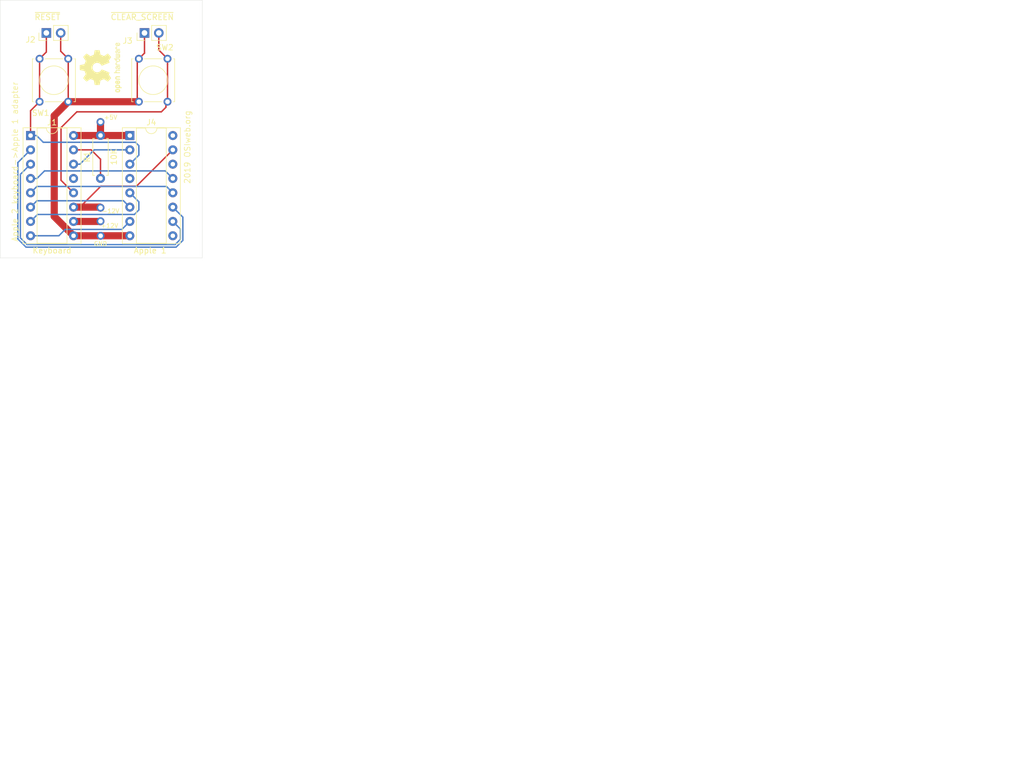
<source format=kicad_pcb>
(kicad_pcb (version 20171130) (host pcbnew "(5.1.2)-1")

  (general
    (thickness 1.6)
    (drawings 14)
    (tracks 97)
    (zones 0)
    (modules 8)
    (nets 21)
  )

  (page A4)
  (layers
    (0 F.Cu signal)
    (31 B.Cu signal)
    (32 B.Adhes user)
    (33 F.Adhes user)
    (34 B.Paste user)
    (35 F.Paste user)
    (36 B.SilkS user)
    (37 F.SilkS user)
    (38 B.Mask user)
    (39 F.Mask user)
    (40 Dwgs.User user)
    (41 Cmts.User user)
    (42 Eco1.User user)
    (43 Eco2.User user)
    (44 Edge.Cuts user)
    (45 Margin user)
    (46 B.CrtYd user)
    (47 F.CrtYd user)
    (48 B.Fab user)
    (49 F.Fab user)
  )

  (setup
    (last_trace_width 1.27)
    (user_trace_width 0.254)
    (user_trace_width 0.508)
    (user_trace_width 1.27)
    (trace_clearance 0.2)
    (zone_clearance 0.508)
    (zone_45_only no)
    (trace_min 0.2)
    (via_size 0.8)
    (via_drill 0.4)
    (via_min_size 0.4)
    (via_min_drill 0.3)
    (user_via 1.397 0.8128)
    (uvia_size 0.3)
    (uvia_drill 0.1)
    (uvias_allowed no)
    (uvia_min_size 0.2)
    (uvia_min_drill 0.1)
    (edge_width 0.05)
    (segment_width 0.2)
    (pcb_text_width 0.3)
    (pcb_text_size 1.5 1.5)
    (mod_edge_width 0.12)
    (mod_text_size 1 1)
    (mod_text_width 0.15)
    (pad_size 1.524 1.524)
    (pad_drill 0.762)
    (pad_to_mask_clearance 0.051)
    (solder_mask_min_width 0.25)
    (aux_axis_origin 0 0)
    (visible_elements FFFFEF7F)
    (pcbplotparams
      (layerselection 0x010fc_ffffffff)
      (usegerberextensions false)
      (usegerberattributes false)
      (usegerberadvancedattributes false)
      (creategerberjobfile false)
      (excludeedgelayer true)
      (linewidth 0.100000)
      (plotframeref false)
      (viasonmask false)
      (mode 1)
      (useauxorigin false)
      (hpglpennumber 1)
      (hpglpenspeed 20)
      (hpglpendiameter 15.000000)
      (psnegative false)
      (psa4output false)
      (plotreference true)
      (plotvalue true)
      (plotinvisibletext false)
      (padsonsilk false)
      (subtractmaskfromsilk false)
      (outputformat 1)
      (mirror false)
      (drillshape 1)
      (scaleselection 1)
      (outputdirectory ""))
  )

  (net 0 "")
  (net 1 /D7)
  (net 2 /D8)
  (net 3 /D6)
  (net 4 /~STROBE)
  (net 5 /D5)
  (net 6 "Net-(J1-Pad13)")
  (net 7 /D1)
  (net 8 /~CLRSCR)
  (net 9 /D2)
  (net 10 /-12V)
  (net 11 /D3)
  (net 12 /+12V)
  (net 13 /D4)
  (net 14 /GND)
  (net 15 /~RESET)
  (net 16 "Net-(J4-Pad16)")
  (net 17 "Net-(J4-Pad14)")
  (net 18 "Net-(J4-Pad4)")
  (net 19 "Net-(J4-Pad9)")
  (net 20 /+5V)

  (net_class Default "This is the default net class."
    (clearance 0.2)
    (trace_width 0.25)
    (via_dia 0.8)
    (via_drill 0.4)
    (uvia_dia 0.3)
    (uvia_drill 0.1)
    (add_net /+12V)
    (add_net /+5V)
    (add_net /-12V)
    (add_net /D1)
    (add_net /D2)
    (add_net /D3)
    (add_net /D4)
    (add_net /D5)
    (add_net /D6)
    (add_net /D7)
    (add_net /D8)
    (add_net /GND)
    (add_net /~CLRSCR)
    (add_net /~RESET)
    (add_net /~STROBE)
    (add_net "Net-(J1-Pad13)")
    (add_net "Net-(J4-Pad14)")
    (add_net "Net-(J4-Pad16)")
    (add_net "Net-(J4-Pad4)")
    (add_net "Net-(J4-Pad9)")
  )

  (module Symbol:OSHW-Logo2_9.8x8mm_SilkScreen (layer F.Cu) (tedit 0) (tstamp 5D40D469)
    (at 107.2388 71.1454 90)
    (descr "Open Source Hardware Symbol")
    (tags "Logo Symbol OSHW")
    (attr virtual)
    (fp_text reference REF** (at 0 0 90) (layer F.SilkS) hide
      (effects (font (size 1 1) (thickness 0.15)))
    )
    (fp_text value OSHW-Logo2_9.8x8mm_SilkScreen (at 0.75 0 90) (layer F.Fab) hide
      (effects (font (size 1 1) (thickness 0.15)))
    )
    (fp_poly (pts (xy 0.139878 -3.712224) (xy 0.245612 -3.711645) (xy 0.322132 -3.710078) (xy 0.374372 -3.707028)
      (xy 0.407263 -3.702004) (xy 0.425737 -3.694511) (xy 0.434727 -3.684056) (xy 0.439163 -3.670147)
      (xy 0.439594 -3.668346) (xy 0.446333 -3.635855) (xy 0.458808 -3.571748) (xy 0.475719 -3.482849)
      (xy 0.495771 -3.375981) (xy 0.517664 -3.257967) (xy 0.518429 -3.253822) (xy 0.540359 -3.138169)
      (xy 0.560877 -3.035986) (xy 0.578659 -2.953402) (xy 0.592381 -2.896544) (xy 0.600718 -2.871542)
      (xy 0.601116 -2.871099) (xy 0.625677 -2.85889) (xy 0.676315 -2.838544) (xy 0.742095 -2.814455)
      (xy 0.742461 -2.814326) (xy 0.825317 -2.783182) (xy 0.923 -2.743509) (xy 1.015077 -2.703619)
      (xy 1.019434 -2.701647) (xy 1.169407 -2.63358) (xy 1.501498 -2.860361) (xy 1.603374 -2.929496)
      (xy 1.695657 -2.991303) (xy 1.773003 -3.042267) (xy 1.830064 -3.078873) (xy 1.861495 -3.097606)
      (xy 1.864479 -3.098996) (xy 1.887321 -3.09281) (xy 1.929982 -3.062965) (xy 1.994128 -3.008053)
      (xy 2.081421 -2.926666) (xy 2.170535 -2.840078) (xy 2.256441 -2.754753) (xy 2.333327 -2.676892)
      (xy 2.396564 -2.611303) (xy 2.441523 -2.562795) (xy 2.463576 -2.536175) (xy 2.464396 -2.534805)
      (xy 2.466834 -2.516537) (xy 2.45765 -2.486705) (xy 2.434574 -2.441279) (xy 2.395337 -2.37623)
      (xy 2.33767 -2.28753) (xy 2.260795 -2.173343) (xy 2.19257 -2.072838) (xy 2.131582 -1.982697)
      (xy 2.081356 -1.908151) (xy 2.045416 -1.854435) (xy 2.027287 -1.826782) (xy 2.026146 -1.824905)
      (xy 2.028359 -1.79841) (xy 2.045138 -1.746914) (xy 2.073142 -1.680149) (xy 2.083122 -1.658828)
      (xy 2.126672 -1.563841) (xy 2.173134 -1.456063) (xy 2.210877 -1.362808) (xy 2.238073 -1.293594)
      (xy 2.259675 -1.240994) (xy 2.272158 -1.213503) (xy 2.273709 -1.211384) (xy 2.296668 -1.207876)
      (xy 2.350786 -1.198262) (xy 2.428868 -1.183911) (xy 2.523719 -1.166193) (xy 2.628143 -1.146475)
      (xy 2.734944 -1.126126) (xy 2.836926 -1.106514) (xy 2.926894 -1.089009) (xy 2.997653 -1.074978)
      (xy 3.042006 -1.065791) (xy 3.052885 -1.063193) (xy 3.064122 -1.056782) (xy 3.072605 -1.042303)
      (xy 3.078714 -1.014867) (xy 3.082832 -0.969589) (xy 3.085341 -0.90158) (xy 3.086621 -0.805953)
      (xy 3.087054 -0.67782) (xy 3.087077 -0.625299) (xy 3.087077 -0.198155) (xy 2.9845 -0.177909)
      (xy 2.927431 -0.16693) (xy 2.842269 -0.150905) (xy 2.739372 -0.131767) (xy 2.629096 -0.111449)
      (xy 2.598615 -0.105868) (xy 2.496855 -0.086083) (xy 2.408205 -0.066627) (xy 2.340108 -0.049303)
      (xy 2.300004 -0.035912) (xy 2.293323 -0.031921) (xy 2.276919 -0.003658) (xy 2.253399 0.051109)
      (xy 2.227316 0.121588) (xy 2.222142 0.136769) (xy 2.187956 0.230896) (xy 2.145523 0.337101)
      (xy 2.103997 0.432473) (xy 2.103792 0.432916) (xy 2.03464 0.582525) (xy 2.489512 1.251617)
      (xy 2.1975 1.544116) (xy 2.10918 1.63117) (xy 2.028625 1.707909) (xy 1.96036 1.770237)
      (xy 1.908908 1.814056) (xy 1.878794 1.83527) (xy 1.874474 1.836616) (xy 1.849111 1.826016)
      (xy 1.797358 1.796547) (xy 1.724868 1.751705) (xy 1.637294 1.694984) (xy 1.542612 1.631462)
      (xy 1.446516 1.566668) (xy 1.360837 1.510287) (xy 1.291016 1.465788) (xy 1.242494 1.436639)
      (xy 1.220782 1.426308) (xy 1.194293 1.43505) (xy 1.144062 1.458087) (xy 1.080451 1.490631)
      (xy 1.073708 1.494249) (xy 0.988046 1.53721) (xy 0.929306 1.558279) (xy 0.892772 1.558503)
      (xy 0.873731 1.538928) (xy 0.87362 1.538654) (xy 0.864102 1.515472) (xy 0.841403 1.460441)
      (xy 0.807282 1.377822) (xy 0.7635 1.271872) (xy 0.711816 1.146852) (xy 0.653992 1.00702)
      (xy 0.597991 0.871637) (xy 0.536447 0.722234) (xy 0.479939 0.583832) (xy 0.430161 0.460673)
      (xy 0.388806 0.357002) (xy 0.357568 0.277059) (xy 0.338141 0.225088) (xy 0.332154 0.205692)
      (xy 0.347168 0.183443) (xy 0.386439 0.147982) (xy 0.438807 0.108887) (xy 0.587941 -0.014755)
      (xy 0.704511 -0.156478) (xy 0.787118 -0.313296) (xy 0.834366 -0.482225) (xy 0.844857 -0.660278)
      (xy 0.837231 -0.742461) (xy 0.795682 -0.912969) (xy 0.724123 -1.063541) (xy 0.626995 -1.192691)
      (xy 0.508734 -1.298936) (xy 0.37378 -1.38079) (xy 0.226571 -1.436768) (xy 0.071544 -1.465385)
      (xy -0.086861 -1.465156) (xy -0.244206 -1.434595) (xy -0.396054 -1.372218) (xy -0.537965 -1.27654)
      (xy -0.597197 -1.222428) (xy -0.710797 -1.08348) (xy -0.789894 -0.931639) (xy -0.835014 -0.771333)
      (xy -0.846684 -0.606988) (xy -0.825431 -0.443029) (xy -0.77178 -0.283882) (xy -0.68626 -0.133975)
      (xy -0.569395 0.002267) (xy -0.438807 0.108887) (xy -0.384412 0.149642) (xy -0.345986 0.184718)
      (xy -0.332154 0.205726) (xy -0.339397 0.228635) (xy -0.359995 0.283365) (xy -0.392254 0.365672)
      (xy -0.434479 0.471315) (xy -0.484977 0.59605) (xy -0.542052 0.735636) (xy -0.598146 0.87167)
      (xy -0.660033 1.021201) (xy -0.717356 1.159767) (xy -0.768356 1.283107) (xy -0.811273 1.386964)
      (xy -0.844347 1.46708) (xy -0.865819 1.519195) (xy -0.873775 1.538654) (xy -0.892571 1.558423)
      (xy -0.928926 1.558365) (xy -0.987521 1.537441) (xy -1.073032 1.494613) (xy -1.073708 1.494249)
      (xy -1.138093 1.461012) (xy -1.190139 1.436802) (xy -1.219488 1.426404) (xy -1.220783 1.426308)
      (xy -1.242876 1.436855) (xy -1.291652 1.466184) (xy -1.361669 1.510827) (xy -1.447486 1.567314)
      (xy -1.542612 1.631462) (xy -1.63946 1.696411) (xy -1.726747 1.752896) (xy -1.798819 1.797421)
      (xy -1.850023 1.82649) (xy -1.874474 1.836616) (xy -1.89699 1.823307) (xy -1.942258 1.786112)
      (xy -2.005756 1.729128) (xy -2.082961 1.656449) (xy -2.169349 1.572171) (xy -2.197601 1.544016)
      (xy -2.489713 1.251416) (xy -2.267369 0.925104) (xy -2.199798 0.824897) (xy -2.140493 0.734963)
      (xy -2.092783 0.66051) (xy -2.059993 0.606751) (xy -2.045452 0.578894) (xy -2.045026 0.576912)
      (xy -2.052692 0.550655) (xy -2.073311 0.497837) (xy -2.103315 0.42731) (xy -2.124375 0.380093)
      (xy -2.163752 0.289694) (xy -2.200835 0.198366) (xy -2.229585 0.1212) (xy -2.237395 0.097692)
      (xy -2.259583 0.034916) (xy -2.281273 -0.013589) (xy -2.293187 -0.031921) (xy -2.319477 -0.043141)
      (xy -2.376858 -0.059046) (xy -2.457882 -0.077833) (xy -2.555105 -0.097701) (xy -2.598615 -0.105868)
      (xy -2.709104 -0.126171) (xy -2.815084 -0.14583) (xy -2.906199 -0.162912) (xy -2.972092 -0.175482)
      (xy -2.9845 -0.177909) (xy -3.087077 -0.198155) (xy -3.087077 -0.625299) (xy -3.086847 -0.765754)
      (xy -3.085901 -0.872021) (xy -3.083859 -0.948987) (xy -3.080338 -1.00154) (xy -3.074957 -1.034567)
      (xy -3.067334 -1.052955) (xy -3.057088 -1.061592) (xy -3.052885 -1.063193) (xy -3.02753 -1.068873)
      (xy -2.971516 -1.080205) (xy -2.892036 -1.095821) (xy -2.796288 -1.114353) (xy -2.691467 -1.134431)
      (xy -2.584768 -1.154688) (xy -2.483387 -1.173754) (xy -2.394521 -1.190261) (xy -2.325363 -1.202841)
      (xy -2.283111 -1.210125) (xy -2.27371 -1.211384) (xy -2.265193 -1.228237) (xy -2.24634 -1.27313)
      (xy -2.220676 -1.33757) (xy -2.210877 -1.362808) (xy -2.171352 -1.460314) (xy -2.124808 -1.568041)
      (xy -2.083123 -1.658828) (xy -2.05245 -1.728247) (xy -2.032044 -1.78529) (xy -2.025232 -1.820223)
      (xy -2.026318 -1.824905) (xy -2.040715 -1.847009) (xy -2.073588 -1.896169) (xy -2.12141 -1.967152)
      (xy -2.180652 -2.054722) (xy -2.247785 -2.153643) (xy -2.261059 -2.17317) (xy -2.338954 -2.28886)
      (xy -2.396213 -2.376956) (xy -2.435119 -2.441514) (xy -2.457956 -2.486589) (xy -2.467006 -2.516237)
      (xy -2.464552 -2.534515) (xy -2.464489 -2.534631) (xy -2.445173 -2.558639) (xy -2.402449 -2.605053)
      (xy -2.340949 -2.669063) (xy -2.265302 -2.745855) (xy -2.180139 -2.830618) (xy -2.170535 -2.840078)
      (xy -2.06321 -2.944011) (xy -1.980385 -3.020325) (xy -1.920395 -3.070429) (xy -1.881577 -3.09573)
      (xy -1.86448 -3.098996) (xy -1.839527 -3.08475) (xy -1.787745 -3.051844) (xy -1.71448 -3.003792)
      (xy -1.62508 -2.94411) (xy -1.524889 -2.876312) (xy -1.501499 -2.860361) (xy -1.169407 -2.63358)
      (xy -1.019435 -2.701647) (xy -0.92823 -2.741315) (xy -0.830331 -2.781209) (xy -0.746169 -2.813017)
      (xy -0.742462 -2.814326) (xy -0.676631 -2.838424) (xy -0.625884 -2.8588) (xy -0.601158 -2.871064)
      (xy -0.601116 -2.871099) (xy -0.593271 -2.893266) (xy -0.579934 -2.947783) (xy -0.56243 -3.02852)
      (xy -0.542083 -3.12935) (xy -0.520218 -3.244144) (xy -0.518429 -3.253822) (xy -0.496496 -3.372096)
      (xy -0.47636 -3.479458) (xy -0.45932 -3.569083) (xy -0.446672 -3.634149) (xy -0.439716 -3.667832)
      (xy -0.439594 -3.668346) (xy -0.435361 -3.682675) (xy -0.427129 -3.693493) (xy -0.409967 -3.701294)
      (xy -0.378942 -3.706571) (xy -0.329122 -3.709818) (xy -0.255576 -3.711528) (xy -0.153371 -3.712193)
      (xy -0.017575 -3.712307) (xy 0 -3.712308) (xy 0.139878 -3.712224)) (layer F.SilkS) (width 0.01))
    (fp_poly (pts (xy 4.245224 2.647838) (xy 4.322528 2.698361) (xy 4.359814 2.74359) (xy 4.389353 2.825663)
      (xy 4.391699 2.890607) (xy 4.386385 2.977445) (xy 4.186115 3.065103) (xy 4.088739 3.109887)
      (xy 4.025113 3.145913) (xy 3.992029 3.177117) (xy 3.98628 3.207436) (xy 4.004658 3.240805)
      (xy 4.024923 3.262923) (xy 4.083889 3.298393) (xy 4.148024 3.300879) (xy 4.206926 3.273235)
      (xy 4.250197 3.21832) (xy 4.257936 3.198928) (xy 4.295006 3.138364) (xy 4.337654 3.112552)
      (xy 4.396154 3.090471) (xy 4.396154 3.174184) (xy 4.390982 3.23115) (xy 4.370723 3.279189)
      (xy 4.328262 3.334346) (xy 4.321951 3.341514) (xy 4.27472 3.390585) (xy 4.234121 3.41692)
      (xy 4.183328 3.429035) (xy 4.14122 3.433003) (xy 4.065902 3.433991) (xy 4.012286 3.421466)
      (xy 3.978838 3.402869) (xy 3.926268 3.361975) (xy 3.889879 3.317748) (xy 3.86685 3.262126)
      (xy 3.854359 3.187047) (xy 3.849587 3.084449) (xy 3.849206 3.032376) (xy 3.850501 2.969948)
      (xy 3.968471 2.969948) (xy 3.969839 3.003438) (xy 3.973249 3.008923) (xy 3.995753 3.001472)
      (xy 4.044182 2.981753) (xy 4.108908 2.953718) (xy 4.122443 2.947692) (xy 4.204244 2.906096)
      (xy 4.249312 2.869538) (xy 4.259217 2.835296) (xy 4.235526 2.800648) (xy 4.21596 2.785339)
      (xy 4.14536 2.754721) (xy 4.07928 2.75978) (xy 4.023959 2.797151) (xy 3.985636 2.863473)
      (xy 3.973349 2.916116) (xy 3.968471 2.969948) (xy 3.850501 2.969948) (xy 3.85173 2.91072)
      (xy 3.861032 2.82071) (xy 3.87946 2.755167) (xy 3.90936 2.706912) (xy 3.95308 2.668767)
      (xy 3.972141 2.65644) (xy 4.058726 2.624336) (xy 4.153522 2.622316) (xy 4.245224 2.647838)) (layer F.SilkS) (width 0.01))
    (fp_poly (pts (xy 3.570807 2.636782) (xy 3.594161 2.646988) (xy 3.649902 2.691134) (xy 3.697569 2.754967)
      (xy 3.727048 2.823087) (xy 3.731846 2.85667) (xy 3.71576 2.903556) (xy 3.680475 2.928365)
      (xy 3.642644 2.943387) (xy 3.625321 2.946155) (xy 3.616886 2.926066) (xy 3.60023 2.882351)
      (xy 3.592923 2.862598) (xy 3.551948 2.794271) (xy 3.492622 2.760191) (xy 3.416552 2.761239)
      (xy 3.410918 2.762581) (xy 3.370305 2.781836) (xy 3.340448 2.819375) (xy 3.320055 2.879809)
      (xy 3.307836 2.967751) (xy 3.3025 3.087813) (xy 3.302 3.151698) (xy 3.301752 3.252403)
      (xy 3.300126 3.321054) (xy 3.295801 3.364673) (xy 3.287454 3.390282) (xy 3.273765 3.404903)
      (xy 3.253411 3.415558) (xy 3.252234 3.416095) (xy 3.213038 3.432667) (xy 3.193619 3.438769)
      (xy 3.190635 3.420319) (xy 3.188081 3.369323) (xy 3.18614 3.292308) (xy 3.184997 3.195805)
      (xy 3.184769 3.125184) (xy 3.185932 2.988525) (xy 3.190479 2.884851) (xy 3.199999 2.808108)
      (xy 3.216081 2.752246) (xy 3.240313 2.711212) (xy 3.274286 2.678954) (xy 3.307833 2.65644)
      (xy 3.388499 2.626476) (xy 3.482381 2.619718) (xy 3.570807 2.636782)) (layer F.SilkS) (width 0.01))
    (fp_poly (pts (xy 2.887333 2.633528) (xy 2.94359 2.659117) (xy 2.987747 2.690124) (xy 3.020101 2.724795)
      (xy 3.042438 2.76952) (xy 3.056546 2.830692) (xy 3.064211 2.914701) (xy 3.06722 3.02794)
      (xy 3.067538 3.102509) (xy 3.067538 3.39342) (xy 3.017773 3.416095) (xy 2.978576 3.432667)
      (xy 2.959157 3.438769) (xy 2.955442 3.42061) (xy 2.952495 3.371648) (xy 2.950691 3.300153)
      (xy 2.950308 3.243385) (xy 2.948661 3.161371) (xy 2.944222 3.096309) (xy 2.93774 3.056467)
      (xy 2.93259 3.048) (xy 2.897977 3.056646) (xy 2.84364 3.078823) (xy 2.780722 3.108886)
      (xy 2.720368 3.141192) (xy 2.673721 3.170098) (xy 2.651926 3.189961) (xy 2.651839 3.190175)
      (xy 2.653714 3.226935) (xy 2.670525 3.262026) (xy 2.700039 3.290528) (xy 2.743116 3.300061)
      (xy 2.779932 3.29895) (xy 2.832074 3.298133) (xy 2.859444 3.310349) (xy 2.875882 3.342624)
      (xy 2.877955 3.34871) (xy 2.885081 3.394739) (xy 2.866024 3.422687) (xy 2.816353 3.436007)
      (xy 2.762697 3.43847) (xy 2.666142 3.42021) (xy 2.616159 3.394131) (xy 2.554429 3.332868)
      (xy 2.52169 3.25767) (xy 2.518753 3.178211) (xy 2.546424 3.104167) (xy 2.588047 3.057769)
      (xy 2.629604 3.031793) (xy 2.694922 2.998907) (xy 2.771038 2.965557) (xy 2.783726 2.960461)
      (xy 2.867333 2.923565) (xy 2.91553 2.891046) (xy 2.93103 2.858718) (xy 2.91655 2.822394)
      (xy 2.891692 2.794) (xy 2.832939 2.759039) (xy 2.768293 2.756417) (xy 2.709008 2.783358)
      (xy 2.666339 2.837088) (xy 2.660739 2.85095) (xy 2.628133 2.901936) (xy 2.58053 2.939787)
      (xy 2.520461 2.97085) (xy 2.520461 2.882768) (xy 2.523997 2.828951) (xy 2.539156 2.786534)
      (xy 2.572768 2.741279) (xy 2.605035 2.70642) (xy 2.655209 2.657062) (xy 2.694193 2.630547)
      (xy 2.736064 2.619911) (xy 2.78346 2.618154) (xy 2.887333 2.633528)) (layer F.SilkS) (width 0.01))
    (fp_poly (pts (xy 2.395929 2.636662) (xy 2.398911 2.688068) (xy 2.401247 2.766192) (xy 2.402749 2.864857)
      (xy 2.403231 2.968343) (xy 2.403231 3.318533) (xy 2.341401 3.380363) (xy 2.298793 3.418462)
      (xy 2.26139 3.433895) (xy 2.21027 3.432918) (xy 2.189978 3.430433) (xy 2.126554 3.4232)
      (xy 2.074095 3.419055) (xy 2.061308 3.418672) (xy 2.018199 3.421176) (xy 1.956544 3.427462)
      (xy 1.932638 3.430433) (xy 1.873922 3.435028) (xy 1.834464 3.425046) (xy 1.795338 3.394228)
      (xy 1.781215 3.380363) (xy 1.719385 3.318533) (xy 1.719385 2.663503) (xy 1.76915 2.640829)
      (xy 1.812002 2.624034) (xy 1.837073 2.618154) (xy 1.843501 2.636736) (xy 1.849509 2.688655)
      (xy 1.854697 2.768172) (xy 1.858664 2.869546) (xy 1.860577 2.955192) (xy 1.865923 3.292231)
      (xy 1.91256 3.298825) (xy 1.954976 3.294214) (xy 1.97576 3.279287) (xy 1.98157 3.251377)
      (xy 1.98653 3.191925) (xy 1.990246 3.108466) (xy 1.992324 3.008532) (xy 1.992624 2.957104)
      (xy 1.992923 2.661054) (xy 2.054454 2.639604) (xy 2.098004 2.62502) (xy 2.121694 2.618219)
      (xy 2.122377 2.618154) (xy 2.124754 2.636642) (xy 2.127366 2.687906) (xy 2.129995 2.765649)
      (xy 2.132421 2.863574) (xy 2.134115 2.955192) (xy 2.139461 3.292231) (xy 2.256692 3.292231)
      (xy 2.262072 2.984746) (xy 2.267451 2.677261) (xy 2.324601 2.647707) (xy 2.366797 2.627413)
      (xy 2.39177 2.618204) (xy 2.392491 2.618154) (xy 2.395929 2.636662)) (layer F.SilkS) (width 0.01))
    (fp_poly (pts (xy 1.602081 2.780289) (xy 1.601833 2.92632) (xy 1.600872 3.038655) (xy 1.598794 3.122678)
      (xy 1.595193 3.183769) (xy 1.589665 3.227309) (xy 1.581804 3.258679) (xy 1.571207 3.283262)
      (xy 1.563182 3.297294) (xy 1.496728 3.373388) (xy 1.41247 3.421084) (xy 1.319249 3.438199)
      (xy 1.2259 3.422546) (xy 1.170312 3.394418) (xy 1.111957 3.34576) (xy 1.072186 3.286333)
      (xy 1.04819 3.208507) (xy 1.037161 3.104652) (xy 1.035599 3.028462) (xy 1.035809 3.022986)
      (xy 1.172308 3.022986) (xy 1.173141 3.110355) (xy 1.176961 3.168192) (xy 1.185746 3.206029)
      (xy 1.201474 3.233398) (xy 1.220266 3.254042) (xy 1.283375 3.29389) (xy 1.351137 3.297295)
      (xy 1.415179 3.264025) (xy 1.420164 3.259517) (xy 1.441439 3.236067) (xy 1.454779 3.208166)
      (xy 1.462001 3.166641) (xy 1.464923 3.102316) (xy 1.465385 3.0312) (xy 1.464383 2.941858)
      (xy 1.460238 2.882258) (xy 1.451236 2.843089) (xy 1.435667 2.81504) (xy 1.422902 2.800144)
      (xy 1.3636 2.762575) (xy 1.295301 2.758057) (xy 1.23011 2.786753) (xy 1.217528 2.797406)
      (xy 1.196111 2.821063) (xy 1.182744 2.849251) (xy 1.175566 2.891245) (xy 1.172719 2.956319)
      (xy 1.172308 3.022986) (xy 1.035809 3.022986) (xy 1.040322 2.905765) (xy 1.056362 2.813577)
      (xy 1.086528 2.744269) (xy 1.133629 2.690211) (xy 1.170312 2.662505) (xy 1.23699 2.632572)
      (xy 1.314272 2.618678) (xy 1.38611 2.622397) (xy 1.426308 2.6374) (xy 1.442082 2.64167)
      (xy 1.45255 2.62575) (xy 1.459856 2.583089) (xy 1.465385 2.518106) (xy 1.471437 2.445732)
      (xy 1.479844 2.402187) (xy 1.495141 2.377287) (xy 1.521864 2.360845) (xy 1.538654 2.353564)
      (xy 1.602154 2.326963) (xy 1.602081 2.780289)) (layer F.SilkS) (width 0.01))
    (fp_poly (pts (xy 0.713362 2.62467) (xy 0.802117 2.657421) (xy 0.874022 2.71535) (xy 0.902144 2.756128)
      (xy 0.932802 2.830954) (xy 0.932165 2.885058) (xy 0.899987 2.921446) (xy 0.888081 2.927633)
      (xy 0.836675 2.946925) (xy 0.810422 2.941982) (xy 0.80153 2.909587) (xy 0.801077 2.891692)
      (xy 0.784797 2.825859) (xy 0.742365 2.779807) (xy 0.683388 2.757564) (xy 0.617475 2.763161)
      (xy 0.563895 2.792229) (xy 0.545798 2.80881) (xy 0.532971 2.828925) (xy 0.524306 2.859332)
      (xy 0.518696 2.906788) (xy 0.515035 2.97805) (xy 0.512215 3.079875) (xy 0.511484 3.112115)
      (xy 0.50882 3.22241) (xy 0.505792 3.300036) (xy 0.50125 3.351396) (xy 0.494046 3.38289)
      (xy 0.483033 3.40092) (xy 0.46706 3.411888) (xy 0.456834 3.416733) (xy 0.413406 3.433301)
      (xy 0.387842 3.438769) (xy 0.379395 3.420507) (xy 0.374239 3.365296) (xy 0.372346 3.272499)
      (xy 0.373689 3.141478) (xy 0.374107 3.121269) (xy 0.377058 3.001733) (xy 0.380548 2.914449)
      (xy 0.385514 2.852591) (xy 0.392893 2.809336) (xy 0.403624 2.77786) (xy 0.418645 2.751339)
      (xy 0.426502 2.739975) (xy 0.471553 2.689692) (xy 0.52194 2.650581) (xy 0.528108 2.647167)
      (xy 0.618458 2.620212) (xy 0.713362 2.62467)) (layer F.SilkS) (width 0.01))
    (fp_poly (pts (xy 0.053501 2.626303) (xy 0.13006 2.654733) (xy 0.130936 2.655279) (xy 0.178285 2.690127)
      (xy 0.213241 2.730852) (xy 0.237825 2.783925) (xy 0.254062 2.855814) (xy 0.263975 2.952992)
      (xy 0.269586 3.081928) (xy 0.270077 3.100298) (xy 0.277141 3.377287) (xy 0.217695 3.408028)
      (xy 0.174681 3.428802) (xy 0.14871 3.438646) (xy 0.147509 3.438769) (xy 0.143014 3.420606)
      (xy 0.139444 3.371612) (xy 0.137248 3.300031) (xy 0.136769 3.242068) (xy 0.136758 3.14817)
      (xy 0.132466 3.089203) (xy 0.117503 3.061079) (xy 0.085482 3.059706) (xy 0.030014 3.080998)
      (xy -0.053731 3.120136) (xy -0.115311 3.152643) (xy -0.146983 3.180845) (xy -0.156294 3.211582)
      (xy -0.156308 3.213104) (xy -0.140943 3.266054) (xy -0.095453 3.29466) (xy -0.025834 3.298803)
      (xy 0.024313 3.298084) (xy 0.050754 3.312527) (xy 0.067243 3.347218) (xy 0.076733 3.391416)
      (xy 0.063057 3.416493) (xy 0.057907 3.420082) (xy 0.009425 3.434496) (xy -0.058469 3.436537)
      (xy -0.128388 3.426983) (xy -0.177932 3.409522) (xy -0.24643 3.351364) (xy -0.285366 3.270408)
      (xy -0.293077 3.20716) (xy -0.287193 3.150111) (xy -0.265899 3.103542) (xy -0.223735 3.062181)
      (xy -0.155241 3.020755) (xy -0.054956 2.973993) (xy -0.048846 2.97135) (xy 0.04149 2.929617)
      (xy 0.097235 2.895391) (xy 0.121129 2.864635) (xy 0.115913 2.833311) (xy 0.084328 2.797383)
      (xy 0.074883 2.789116) (xy 0.011617 2.757058) (xy -0.053936 2.758407) (xy -0.111028 2.789838)
      (xy -0.148907 2.848024) (xy -0.152426 2.859446) (xy -0.1867 2.914837) (xy -0.230191 2.941518)
      (xy -0.293077 2.96796) (xy -0.293077 2.899548) (xy -0.273948 2.80011) (xy -0.217169 2.708902)
      (xy -0.187622 2.678389) (xy -0.120458 2.639228) (xy -0.035044 2.6215) (xy 0.053501 2.626303)) (layer F.SilkS) (width 0.01))
    (fp_poly (pts (xy -0.840154 2.49212) (xy -0.834428 2.57198) (xy -0.827851 2.619039) (xy -0.818738 2.639566)
      (xy -0.805402 2.639829) (xy -0.801077 2.637378) (xy -0.743556 2.619636) (xy -0.668732 2.620672)
      (xy -0.592661 2.63891) (xy -0.545082 2.662505) (xy -0.496298 2.700198) (xy -0.460636 2.742855)
      (xy -0.436155 2.797057) (xy -0.420913 2.869384) (xy -0.41297 2.966419) (xy -0.410384 3.094742)
      (xy -0.410338 3.119358) (xy -0.410308 3.39587) (xy -0.471839 3.41732) (xy -0.515541 3.431912)
      (xy -0.539518 3.438706) (xy -0.540223 3.438769) (xy -0.542585 3.420345) (xy -0.544594 3.369526)
      (xy -0.546099 3.292993) (xy -0.546947 3.19743) (xy -0.547077 3.139329) (xy -0.547349 3.024771)
      (xy -0.548748 2.942667) (xy -0.552151 2.886393) (xy -0.558433 2.849326) (xy -0.568471 2.824844)
      (xy -0.583139 2.806325) (xy -0.592298 2.797406) (xy -0.655211 2.761466) (xy -0.723864 2.758775)
      (xy -0.786152 2.78917) (xy -0.797671 2.800144) (xy -0.814567 2.820779) (xy -0.826286 2.845256)
      (xy -0.833767 2.880647) (xy -0.837946 2.934026) (xy -0.839763 3.012466) (xy -0.840154 3.120617)
      (xy -0.840154 3.39587) (xy -0.901685 3.41732) (xy -0.945387 3.431912) (xy -0.969364 3.438706)
      (xy -0.97007 3.438769) (xy -0.971874 3.420069) (xy -0.9735 3.367322) (xy -0.974883 3.285557)
      (xy -0.975958 3.179805) (xy -0.97666 3.055094) (xy -0.976923 2.916455) (xy -0.976923 2.381806)
      (xy -0.849923 2.328236) (xy -0.840154 2.49212)) (layer F.SilkS) (width 0.01))
    (fp_poly (pts (xy -2.465746 2.599745) (xy -2.388714 2.651567) (xy -2.329184 2.726412) (xy -2.293622 2.821654)
      (xy -2.286429 2.891756) (xy -2.287246 2.921009) (xy -2.294086 2.943407) (xy -2.312888 2.963474)
      (xy -2.349592 2.985733) (xy -2.410138 3.014709) (xy -2.500466 3.054927) (xy -2.500923 3.055129)
      (xy -2.584067 3.09321) (xy -2.652247 3.127025) (xy -2.698495 3.152933) (xy -2.715842 3.167295)
      (xy -2.715846 3.167411) (xy -2.700557 3.198685) (xy -2.664804 3.233157) (xy -2.623758 3.25799)
      (xy -2.602963 3.262923) (xy -2.54623 3.245862) (xy -2.497373 3.203133) (xy -2.473535 3.156155)
      (xy -2.450603 3.121522) (xy -2.405682 3.082081) (xy -2.352877 3.048009) (xy -2.30629 3.02948)
      (xy -2.296548 3.028462) (xy -2.285582 3.045215) (xy -2.284921 3.088039) (xy -2.29298 3.145781)
      (xy -2.308173 3.207289) (xy -2.328914 3.261409) (xy -2.329962 3.26351) (xy -2.392379 3.35066)
      (xy -2.473274 3.409939) (xy -2.565144 3.439034) (xy -2.660487 3.435634) (xy -2.751802 3.397428)
      (xy -2.755862 3.394741) (xy -2.827694 3.329642) (xy -2.874927 3.244705) (xy -2.901066 3.133021)
      (xy -2.904574 3.101643) (xy -2.910787 2.953536) (xy -2.903339 2.884468) (xy -2.715846 2.884468)
      (xy -2.71341 2.927552) (xy -2.700086 2.940126) (xy -2.666868 2.930719) (xy -2.614506 2.908483)
      (xy -2.555976 2.88061) (xy -2.554521 2.879872) (xy -2.504911 2.853777) (xy -2.485 2.836363)
      (xy -2.48991 2.818107) (xy -2.510584 2.79412) (xy -2.563181 2.759406) (xy -2.619823 2.756856)
      (xy -2.670631 2.782119) (xy -2.705724 2.830847) (xy -2.715846 2.884468) (xy -2.903339 2.884468)
      (xy -2.898008 2.835036) (xy -2.865222 2.741055) (xy -2.819579 2.675215) (xy -2.737198 2.608681)
      (xy -2.646454 2.575676) (xy -2.553815 2.573573) (xy -2.465746 2.599745)) (layer F.SilkS) (width 0.01))
    (fp_poly (pts (xy -3.983114 2.587256) (xy -3.891536 2.635409) (xy -3.823951 2.712905) (xy -3.799943 2.762727)
      (xy -3.781262 2.837533) (xy -3.771699 2.932052) (xy -3.770792 3.03521) (xy -3.778079 3.135935)
      (xy -3.793097 3.223153) (xy -3.815385 3.285791) (xy -3.822235 3.296579) (xy -3.903368 3.377105)
      (xy -3.999734 3.425336) (xy -4.104299 3.43945) (xy -4.210032 3.417629) (xy -4.239457 3.404547)
      (xy -4.296759 3.364231) (xy -4.34705 3.310775) (xy -4.351803 3.303995) (xy -4.371122 3.271321)
      (xy -4.383892 3.236394) (xy -4.391436 3.190414) (xy -4.395076 3.124584) (xy -4.396135 3.030105)
      (xy -4.396154 3.008923) (xy -4.396106 3.002182) (xy -4.200769 3.002182) (xy -4.199632 3.091349)
      (xy -4.195159 3.15052) (xy -4.185754 3.188741) (xy -4.169824 3.215053) (xy -4.161692 3.223846)
      (xy -4.114942 3.257261) (xy -4.069553 3.255737) (xy -4.02366 3.226752) (xy -3.996288 3.195809)
      (xy -3.980077 3.150643) (xy -3.970974 3.07942) (xy -3.970349 3.071114) (xy -3.968796 2.942037)
      (xy -3.985035 2.846172) (xy -4.018848 2.784107) (xy -4.070016 2.756432) (xy -4.08828 2.754923)
      (xy -4.13624 2.762513) (xy -4.169047 2.788808) (xy -4.189105 2.839095) (xy -4.198822 2.918664)
      (xy -4.200769 3.002182) (xy -4.396106 3.002182) (xy -4.395426 2.908249) (xy -4.392371 2.837906)
      (xy -4.385678 2.789163) (xy -4.37404 2.753288) (xy -4.356147 2.721548) (xy -4.352192 2.715648)
      (xy -4.285733 2.636104) (xy -4.213315 2.589929) (xy -4.125151 2.571599) (xy -4.095213 2.570703)
      (xy -3.983114 2.587256)) (layer F.SilkS) (width 0.01))
    (fp_poly (pts (xy -1.728336 2.595089) (xy -1.665633 2.631358) (xy -1.622039 2.667358) (xy -1.590155 2.705075)
      (xy -1.56819 2.751199) (xy -1.554351 2.812421) (xy -1.546847 2.895431) (xy -1.543883 3.006919)
      (xy -1.543539 3.087062) (xy -1.543539 3.382065) (xy -1.709615 3.456515) (xy -1.719385 3.133402)
      (xy -1.723421 3.012729) (xy -1.727656 2.925141) (xy -1.732903 2.86465) (xy -1.739975 2.825268)
      (xy -1.749689 2.801007) (xy -1.762856 2.78588) (xy -1.767081 2.782606) (xy -1.831091 2.757034)
      (xy -1.895792 2.767153) (xy -1.934308 2.794) (xy -1.949975 2.813024) (xy -1.96082 2.837988)
      (xy -1.967712 2.875834) (xy -1.971521 2.933502) (xy -1.973117 3.017935) (xy -1.973385 3.105928)
      (xy -1.973437 3.216323) (xy -1.975328 3.294463) (xy -1.981655 3.347165) (xy -1.995017 3.381242)
      (xy -2.018015 3.403511) (xy -2.053246 3.420787) (xy -2.100303 3.438738) (xy -2.151697 3.458278)
      (xy -2.145579 3.111485) (xy -2.143116 2.986468) (xy -2.140233 2.894082) (xy -2.136102 2.827881)
      (xy -2.129893 2.78142) (xy -2.120774 2.748256) (xy -2.107917 2.721944) (xy -2.092416 2.698729)
      (xy -2.017629 2.624569) (xy -1.926372 2.581684) (xy -1.827117 2.571412) (xy -1.728336 2.595089)) (layer F.SilkS) (width 0.01))
    (fp_poly (pts (xy -3.231114 2.584505) (xy -3.156461 2.621727) (xy -3.090569 2.690261) (xy -3.072423 2.715648)
      (xy -3.052655 2.748866) (xy -3.039828 2.784945) (xy -3.03249 2.833098) (xy -3.029187 2.902536)
      (xy -3.028462 2.994206) (xy -3.031737 3.11983) (xy -3.043123 3.214154) (xy -3.064959 3.284523)
      (xy -3.099581 3.338286) (xy -3.14933 3.382788) (xy -3.152986 3.385423) (xy -3.202015 3.412377)
      (xy -3.261055 3.425712) (xy -3.336141 3.429) (xy -3.458205 3.429) (xy -3.458256 3.547497)
      (xy -3.459392 3.613492) (xy -3.466314 3.652202) (xy -3.484402 3.675419) (xy -3.519038 3.694933)
      (xy -3.527355 3.69892) (xy -3.56628 3.717603) (xy -3.596417 3.729403) (xy -3.618826 3.730422)
      (xy -3.634567 3.716761) (xy -3.644698 3.684522) (xy -3.650277 3.629804) (xy -3.652365 3.548711)
      (xy -3.652019 3.437344) (xy -3.6503 3.291802) (xy -3.649763 3.248269) (xy -3.647828 3.098205)
      (xy -3.646096 3.000042) (xy -3.458308 3.000042) (xy -3.457252 3.083364) (xy -3.452562 3.13788)
      (xy -3.441949 3.173837) (xy -3.423128 3.201482) (xy -3.41035 3.214965) (xy -3.35811 3.254417)
      (xy -3.311858 3.257628) (xy -3.264133 3.225049) (xy -3.262923 3.223846) (xy -3.243506 3.198668)
      (xy -3.231693 3.164447) (xy -3.225735 3.111748) (xy -3.22388 3.031131) (xy -3.223846 3.013271)
      (xy -3.22833 2.902175) (xy -3.242926 2.825161) (xy -3.26935 2.778147) (xy -3.309317 2.75705)
      (xy -3.332416 2.754923) (xy -3.387238 2.7649) (xy -3.424842 2.797752) (xy -3.447477 2.857857)
      (xy -3.457394 2.949598) (xy -3.458308 3.000042) (xy -3.646096 3.000042) (xy -3.645778 2.98206)
      (xy -3.643127 2.894679) (xy -3.639394 2.830905) (xy -3.634093 2.785582) (xy -3.626742 2.753555)
      (xy -3.616857 2.729668) (xy -3.603954 2.708764) (xy -3.598421 2.700898) (xy -3.525031 2.626595)
      (xy -3.43224 2.584467) (xy -3.324904 2.572722) (xy -3.231114 2.584505)) (layer F.SilkS) (width 0.01))
  )

  (module Button_Switch_THT:SW_Tactile_Straight_KSL0Axx1LFTR (layer F.Cu) (tedit 5A02FE31) (tstamp 5D40C628)
    (at 114 77.2 90)
    (descr "SW PUSH SMALL http://www.ckswitches.com/media/1457/ksa_ksl.pdf")
    (tags "SW PUSH SMALL Tactile C&K")
    (path /5D44A505)
    (fp_text reference SW2 (at 9.62 4.6 180) (layer F.SilkS)
      (effects (font (size 1 1) (thickness 0.15)))
    )
    (fp_text value SW_SPST (at 5.42 -2.4 90) (layer F.Fab) hide
      (effects (font (size 1 1) (thickness 0.15)))
    )
    (fp_line (start 7.51 6.24) (end 0.11 6.24) (layer F.Fab) (width 0.1))
    (fp_line (start 7.51 -1.16) (end 7.51 6.24) (layer F.Fab) (width 0.1))
    (fp_line (start 0.11 -1.16) (end 7.51 -1.16) (layer F.Fab) (width 0.1))
    (fp_line (start 0.11 6.24) (end 0.11 -1.16) (layer F.Fab) (width 0.1))
    (fp_text user %R (at 9.62 4.6 180) (layer F.Fab) hide
      (effects (font (size 1 1) (thickness 0.15)))
    )
    (fp_line (start 0 -1.27) (end 7.62 -1.27) (layer F.SilkS) (width 0.12))
    (fp_line (start 7.62 -1.27) (end 7.62 -0.97) (layer F.SilkS) (width 0.12))
    (fp_line (start 7.62 6.35) (end 0 6.35) (layer F.SilkS) (width 0.12))
    (fp_line (start 0 -1.27) (end 0 -0.97) (layer F.SilkS) (width 0.12))
    (fp_line (start 7.62 0.97) (end 7.62 4.11) (layer F.SilkS) (width 0.12))
    (fp_line (start 0 0.97) (end 0 4.11) (layer F.SilkS) (width 0.12))
    (fp_line (start -0.95 -1.41) (end 8.57 -1.41) (layer F.CrtYd) (width 0.05))
    (fp_line (start -0.95 -1.41) (end -0.95 6.49) (layer F.CrtYd) (width 0.05))
    (fp_line (start 8.57 6.49) (end 8.57 -1.41) (layer F.CrtYd) (width 0.05))
    (fp_line (start 8.57 6.49) (end -0.95 6.49) (layer F.CrtYd) (width 0.05))
    (fp_line (start 7.62 6.05) (end 7.62 6.35) (layer F.SilkS) (width 0.12))
    (fp_line (start 0 6.05) (end 0 6.35) (layer F.SilkS) (width 0.12))
    (fp_circle (center 3.81 2.54) (end 3.81 0) (layer F.SilkS) (width 0.12))
    (pad 1 thru_hole circle (at 7.62 0 90) (size 1.397 1.397) (drill 0.8128) (layers *.Cu *.Mask)
      (net 14 /GND))
    (pad 2 thru_hole circle (at 7.62 5.08 90) (size 1.397 1.397) (drill 0.8128) (layers *.Cu *.Mask)
      (net 8 /~CLRSCR))
    (pad 1 thru_hole circle (at 0 0 90) (size 1.397 1.397) (drill 0.8128) (layers *.Cu *.Mask)
      (net 14 /GND))
    (pad 2 thru_hole circle (at 0 5.08 90) (size 1.397 1.397) (drill 0.8128) (layers *.Cu *.Mask)
      (net 8 /~CLRSCR))
    (model ${KISYS3DMOD}/Button_Switch_THT.3dshapes/SW_Tactile_Straight_KSL0Axx1LFTR.wrl
      (at (xyz 0 0 0))
      (scale (xyz 1 1 1))
      (rotate (xyz 0 0 0))
    )
  )

  (module Button_Switch_THT:SW_Tactile_Straight_KSL0Axx1LFTR (layer F.Cu) (tedit 5A02FE31) (tstamp 5D404AA6)
    (at 96.4 77.2 90)
    (descr "SW PUSH SMALL http://www.ckswitches.com/media/1457/ksa_ksl.pdf")
    (tags "SW PUSH SMALL Tactile C&K")
    (path /5D44894E)
    (fp_text reference SW1 (at -2 0.2 180) (layer F.SilkS)
      (effects (font (size 1 1) (thickness 0.15)))
    )
    (fp_text value SW_SPST (at 5.4958 -2.2676 90) (layer F.Fab) hide
      (effects (font (size 1 1) (thickness 0.15)))
    )
    (fp_circle (center 3.81 2.54) (end 3.81 0) (layer F.SilkS) (width 0.12))
    (fp_line (start 0 6.05) (end 0 6.35) (layer F.SilkS) (width 0.12))
    (fp_line (start 7.62 6.05) (end 7.62 6.35) (layer F.SilkS) (width 0.12))
    (fp_line (start 8.57 6.49) (end -0.95 6.49) (layer F.CrtYd) (width 0.05))
    (fp_line (start 8.57 6.49) (end 8.57 -1.41) (layer F.CrtYd) (width 0.05))
    (fp_line (start -0.95 -1.41) (end -0.95 6.49) (layer F.CrtYd) (width 0.05))
    (fp_line (start -0.95 -1.41) (end 8.57 -1.41) (layer F.CrtYd) (width 0.05))
    (fp_line (start 0 0.97) (end 0 4.11) (layer F.SilkS) (width 0.12))
    (fp_line (start 7.62 0.97) (end 7.62 4.11) (layer F.SilkS) (width 0.12))
    (fp_line (start 0 -1.27) (end 0 -0.97) (layer F.SilkS) (width 0.12))
    (fp_line (start 7.62 6.35) (end 0 6.35) (layer F.SilkS) (width 0.12))
    (fp_line (start 7.62 -1.27) (end 7.62 -0.97) (layer F.SilkS) (width 0.12))
    (fp_line (start 0 -1.27) (end 7.62 -1.27) (layer F.SilkS) (width 0.12))
    (fp_text user %R (at -2 0.2 180) (layer F.Fab) hide
      (effects (font (size 1 1) (thickness 0.15)))
    )
    (fp_line (start 0.11 6.24) (end 0.11 -1.16) (layer F.Fab) (width 0.1))
    (fp_line (start 0.11 -1.16) (end 7.51 -1.16) (layer F.Fab) (width 0.1))
    (fp_line (start 7.51 -1.16) (end 7.51 6.24) (layer F.Fab) (width 0.1))
    (fp_line (start 7.51 6.24) (end 0.11 6.24) (layer F.Fab) (width 0.1))
    (pad 2 thru_hole circle (at 0 5.08 90) (size 1.397 1.397) (drill 0.8128) (layers *.Cu *.Mask)
      (net 14 /GND))
    (pad 1 thru_hole circle (at 0 0 90) (size 1.397 1.397) (drill 0.8128) (layers *.Cu *.Mask)
      (net 15 /~RESET))
    (pad 2 thru_hole circle (at 7.62 5.08 90) (size 1.397 1.397) (drill 0.8128) (layers *.Cu *.Mask)
      (net 14 /GND))
    (pad 1 thru_hole circle (at 7.62 0 90) (size 1.397 1.397) (drill 0.8128) (layers *.Cu *.Mask)
      (net 15 /~RESET))
    (model ${KISYS3DMOD}/Button_Switch_THT.3dshapes/SW_Tactile_Straight_KSL0Axx1LFTR.wrl
      (at (xyz 0 0 0))
      (scale (xyz 1 1 1))
      (rotate (xyz 0 0 0))
    )
  )

  (module Package_DIP:DIP-16_W7.62mm_Socket (layer F.Cu) (tedit 5A02E8C5) (tstamp 5D3FEF21)
    (at 112.4 83.2)
    (descr "16-lead though-hole mounted DIP package, row spacing 7.62 mm (300 mils), Socket")
    (tags "THT DIP DIL PDIP 2.54mm 7.62mm 300mil Socket")
    (path /5D404973)
    (fp_text reference J4 (at 3.81 -2.33) (layer F.SilkS)
      (effects (font (size 1 1) (thickness 0.15)))
    )
    (fp_text value "Apple 1" (at 3.6 20.4) (layer F.SilkS)
      (effects (font (size 1 1) (thickness 0.15)))
    )
    (fp_text user %R (at 3.81 8.89) (layer F.Fab) hide
      (effects (font (size 1 1) (thickness 0.15)))
    )
    (fp_line (start 9.15 -1.6) (end -1.55 -1.6) (layer F.CrtYd) (width 0.05))
    (fp_line (start 9.15 19.4) (end 9.15 -1.6) (layer F.CrtYd) (width 0.05))
    (fp_line (start -1.55 19.4) (end 9.15 19.4) (layer F.CrtYd) (width 0.05))
    (fp_line (start -1.55 -1.6) (end -1.55 19.4) (layer F.CrtYd) (width 0.05))
    (fp_line (start 8.95 -1.39) (end -1.33 -1.39) (layer F.SilkS) (width 0.12))
    (fp_line (start 8.95 19.17) (end 8.95 -1.39) (layer F.SilkS) (width 0.12))
    (fp_line (start -1.33 19.17) (end 8.95 19.17) (layer F.SilkS) (width 0.12))
    (fp_line (start -1.33 -1.39) (end -1.33 19.17) (layer F.SilkS) (width 0.12))
    (fp_line (start 6.46 -1.33) (end 4.81 -1.33) (layer F.SilkS) (width 0.12))
    (fp_line (start 6.46 19.11) (end 6.46 -1.33) (layer F.SilkS) (width 0.12))
    (fp_line (start 1.16 19.11) (end 6.46 19.11) (layer F.SilkS) (width 0.12))
    (fp_line (start 1.16 -1.33) (end 1.16 19.11) (layer F.SilkS) (width 0.12))
    (fp_line (start 2.81 -1.33) (end 1.16 -1.33) (layer F.SilkS) (width 0.12))
    (fp_line (start 8.89 -1.33) (end -1.27 -1.33) (layer F.Fab) (width 0.1))
    (fp_line (start 8.89 19.11) (end 8.89 -1.33) (layer F.Fab) (width 0.1))
    (fp_line (start -1.27 19.11) (end 8.89 19.11) (layer F.Fab) (width 0.1))
    (fp_line (start -1.27 -1.33) (end -1.27 19.11) (layer F.Fab) (width 0.1))
    (fp_line (start 0.635 -0.27) (end 1.635 -1.27) (layer F.Fab) (width 0.1))
    (fp_line (start 0.635 19.05) (end 0.635 -0.27) (layer F.Fab) (width 0.1))
    (fp_line (start 6.985 19.05) (end 0.635 19.05) (layer F.Fab) (width 0.1))
    (fp_line (start 6.985 -1.27) (end 6.985 19.05) (layer F.Fab) (width 0.1))
    (fp_line (start 1.635 -1.27) (end 6.985 -1.27) (layer F.Fab) (width 0.1))
    (fp_arc (start 3.81 -1.33) (end 2.81 -1.33) (angle -180) (layer F.SilkS) (width 0.12))
    (pad 16 thru_hole oval (at 7.62 0) (size 1.6 1.6) (drill 0.8) (layers *.Cu *.Mask)
      (net 16 "Net-(J4-Pad16)"))
    (pad 8 thru_hole oval (at 0 17.78) (size 1.6 1.6) (drill 0.8) (layers *.Cu *.Mask)
      (net 14 /GND))
    (pad 15 thru_hole oval (at 7.62 2.54) (size 1.6 1.6) (drill 0.8) (layers *.Cu *.Mask)
      (net 10 /-12V))
    (pad 7 thru_hole oval (at 0 15.24) (size 1.6 1.6) (drill 0.8) (layers *.Cu *.Mask)
      (net 1 /D7))
    (pad 14 thru_hole oval (at 7.62 5.08) (size 1.6 1.6) (drill 0.8) (layers *.Cu *.Mask)
      (net 17 "Net-(J4-Pad14)"))
    (pad 6 thru_hole oval (at 0 12.7) (size 1.6 1.6) (drill 0.8) (layers *.Cu *.Mask)
      (net 5 /D5))
    (pad 13 thru_hole oval (at 7.62 7.62) (size 1.6 1.6) (drill 0.8) (layers *.Cu *.Mask)
      (net 9 /D2))
    (pad 5 thru_hole oval (at 0 10.16) (size 1.6 1.6) (drill 0.8) (layers *.Cu *.Mask)
      (net 3 /D6))
    (pad 12 thru_hole oval (at 7.62 10.16) (size 1.6 1.6) (drill 0.8) (layers *.Cu *.Mask)
      (net 7 /D1))
    (pad 4 thru_hole oval (at 0 7.62) (size 1.6 1.6) (drill 0.8) (layers *.Cu *.Mask)
      (net 18 "Net-(J4-Pad4)"))
    (pad 11 thru_hole oval (at 7.62 12.7) (size 1.6 1.6) (drill 0.8) (layers *.Cu *.Mask)
      (net 13 /D4))
    (pad 3 thru_hole oval (at 0 5.08) (size 1.6 1.6) (drill 0.8) (layers *.Cu *.Mask)
      (net 15 /~RESET))
    (pad 10 thru_hole oval (at 7.62 15.24) (size 1.6 1.6) (drill 0.8) (layers *.Cu *.Mask)
      (net 11 /D3))
    (pad 2 thru_hole oval (at 0 2.54) (size 1.6 1.6) (drill 0.8) (layers *.Cu *.Mask)
      (net 4 /~STROBE))
    (pad 9 thru_hole oval (at 7.62 17.78) (size 1.6 1.6) (drill 0.8) (layers *.Cu *.Mask)
      (net 19 "Net-(J4-Pad9)"))
    (pad 1 thru_hole rect (at 0 0) (size 1.6 1.6) (drill 0.8) (layers *.Cu *.Mask)
      (net 20 /+5V))
    (model ${KISYS3DMOD}/Package_DIP.3dshapes/DIP-16_W7.62mm_Socket.wrl
      (at (xyz 0 0 0))
      (scale (xyz 1 1 1))
      (rotate (xyz 0 0 0))
    )
  )

  (module Package_DIP:DIP-16_W7.62mm_Socket (layer F.Cu) (tedit 5A02E8C5) (tstamp 5D3FEED1)
    (at 94.8 83.2)
    (descr "16-lead though-hole mounted DIP package, row spacing 7.62 mm (300 mils), Socket")
    (tags "THT DIP DIL PDIP 2.54mm 7.62mm 300mil Socket")
    (path /5D403EBD)
    (fp_text reference J1 (at 3.81 -2.33) (layer F.SilkS)
      (effects (font (size 1 1) (thickness 0.15)))
    )
    (fp_text value Keyboard (at 3.81 20.4) (layer F.SilkS)
      (effects (font (size 1 1) (thickness 0.15)))
    )
    (fp_text user %R (at 3.81 8.89) (layer F.Fab) hide
      (effects (font (size 1 1) (thickness 0.15)))
    )
    (fp_line (start 9.15 -1.6) (end -1.55 -1.6) (layer F.CrtYd) (width 0.05))
    (fp_line (start 9.15 19.4) (end 9.15 -1.6) (layer F.CrtYd) (width 0.05))
    (fp_line (start -1.55 19.4) (end 9.15 19.4) (layer F.CrtYd) (width 0.05))
    (fp_line (start -1.55 -1.6) (end -1.55 19.4) (layer F.CrtYd) (width 0.05))
    (fp_line (start 8.95 -1.39) (end -1.33 -1.39) (layer F.SilkS) (width 0.12))
    (fp_line (start 8.95 19.17) (end 8.95 -1.39) (layer F.SilkS) (width 0.12))
    (fp_line (start -1.33 19.17) (end 8.95 19.17) (layer F.SilkS) (width 0.12))
    (fp_line (start -1.33 -1.39) (end -1.33 19.17) (layer F.SilkS) (width 0.12))
    (fp_line (start 6.46 -1.33) (end 4.81 -1.33) (layer F.SilkS) (width 0.12))
    (fp_line (start 6.46 19.11) (end 6.46 -1.33) (layer F.SilkS) (width 0.12))
    (fp_line (start 1.16 19.11) (end 6.46 19.11) (layer F.SilkS) (width 0.12))
    (fp_line (start 1.16 -1.33) (end 1.16 19.11) (layer F.SilkS) (width 0.12))
    (fp_line (start 2.81 -1.33) (end 1.16 -1.33) (layer F.SilkS) (width 0.12))
    (fp_line (start 8.89 -1.33) (end -1.27 -1.33) (layer F.Fab) (width 0.1))
    (fp_line (start 8.89 19.11) (end 8.89 -1.33) (layer F.Fab) (width 0.1))
    (fp_line (start -1.27 19.11) (end 8.89 19.11) (layer F.Fab) (width 0.1))
    (fp_line (start -1.27 -1.33) (end -1.27 19.11) (layer F.Fab) (width 0.1))
    (fp_line (start 0.635 -0.27) (end 1.635 -1.27) (layer F.Fab) (width 0.1))
    (fp_line (start 0.635 19.05) (end 0.635 -0.27) (layer F.Fab) (width 0.1))
    (fp_line (start 6.985 19.05) (end 0.635 19.05) (layer F.Fab) (width 0.1))
    (fp_line (start 6.985 -1.27) (end 6.985 19.05) (layer F.Fab) (width 0.1))
    (fp_line (start 1.635 -1.27) (end 6.985 -1.27) (layer F.Fab) (width 0.1))
    (fp_arc (start 3.81 -1.33) (end 2.81 -1.33) (angle -180) (layer F.SilkS) (width 0.12))
    (pad 16 thru_hole oval (at 7.62 0) (size 1.6 1.6) (drill 0.8) (layers *.Cu *.Mask)
      (net 20 /+5V))
    (pad 8 thru_hole oval (at 0 17.78) (size 1.6 1.6) (drill 0.8) (layers *.Cu *.Mask)
      (net 1 /D7))
    (pad 15 thru_hole oval (at 7.62 2.54) (size 1.6 1.6) (drill 0.8) (layers *.Cu *.Mask)
      (net 2 /D8))
    (pad 7 thru_hole oval (at 0 15.24) (size 1.6 1.6) (drill 0.8) (layers *.Cu *.Mask)
      (net 3 /D6))
    (pad 14 thru_hole oval (at 7.62 5.08) (size 1.6 1.6) (drill 0.8) (layers *.Cu *.Mask)
      (net 4 /~STROBE))
    (pad 6 thru_hole oval (at 0 12.7) (size 1.6 1.6) (drill 0.8) (layers *.Cu *.Mask)
      (net 5 /D5))
    (pad 13 thru_hole oval (at 7.62 7.62) (size 1.6 1.6) (drill 0.8) (layers *.Cu *.Mask)
      (net 6 "Net-(J1-Pad13)"))
    (pad 5 thru_hole oval (at 0 10.16) (size 1.6 1.6) (drill 0.8) (layers *.Cu *.Mask)
      (net 7 /D1))
    (pad 12 thru_hole oval (at 7.62 10.16) (size 1.6 1.6) (drill 0.8) (layers *.Cu *.Mask)
      (net 8 /~CLRSCR))
    (pad 4 thru_hole oval (at 0 7.62) (size 1.6 1.6) (drill 0.8) (layers *.Cu *.Mask)
      (net 9 /D2))
    (pad 11 thru_hole oval (at 7.62 12.7) (size 1.6 1.6) (drill 0.8) (layers *.Cu *.Mask)
      (net 10 /-12V))
    (pad 3 thru_hole oval (at 0 5.08) (size 1.6 1.6) (drill 0.8) (layers *.Cu *.Mask)
      (net 11 /D3))
    (pad 10 thru_hole oval (at 7.62 15.24) (size 1.6 1.6) (drill 0.8) (layers *.Cu *.Mask)
      (net 12 /+12V))
    (pad 2 thru_hole oval (at 0 2.54) (size 1.6 1.6) (drill 0.8) (layers *.Cu *.Mask)
      (net 13 /D4))
    (pad 9 thru_hole oval (at 7.62 17.78) (size 1.6 1.6) (drill 0.8) (layers *.Cu *.Mask)
      (net 14 /GND))
    (pad 1 thru_hole rect (at 0 0) (size 1.6 1.6) (drill 0.8) (layers *.Cu *.Mask)
      (net 15 /~RESET))
    (model ${KISYS3DMOD}/Package_DIP.3dshapes/DIP-16_W7.62mm_Socket.wrl
      (at (xyz 0 0 0))
      (scale (xyz 1 1 1))
      (rotate (xyz 0 0 0))
    )
  )

  (module Resistor_THT:R_Axial_DIN0207_L6.3mm_D2.5mm_P7.62mm_Horizontal (layer F.Cu) (tedit 5AE5139B) (tstamp 5D3FF728)
    (at 107.2 90.8 90)
    (descr "Resistor, Axial_DIN0207 series, Axial, Horizontal, pin pitch=7.62mm, 0.25W = 1/4W, length*diameter=6.3*2.5mm^2, http://cdn-reichelt.de/documents/datenblatt/B400/1_4W%23YAG.pdf")
    (tags "Resistor Axial_DIN0207 series Axial Horizontal pin pitch 7.62mm 0.25W = 1/4W length 6.3mm diameter 2.5mm")
    (path /5D457F82)
    (fp_text reference R1 (at 3.81 -2.37 90) (layer F.SilkS)
      (effects (font (size 1 1) (thickness 0.15)))
    )
    (fp_text value 10K (at 3.81 2.37 90) (layer F.SilkS)
      (effects (font (size 1 1) (thickness 0.15)))
    )
    (fp_text user %R (at 3.81 0 90) (layer F.Fab) hide
      (effects (font (size 1 1) (thickness 0.15)))
    )
    (fp_line (start 8.67 -1.5) (end -1.05 -1.5) (layer F.CrtYd) (width 0.05))
    (fp_line (start 8.67 1.5) (end 8.67 -1.5) (layer F.CrtYd) (width 0.05))
    (fp_line (start -1.05 1.5) (end 8.67 1.5) (layer F.CrtYd) (width 0.05))
    (fp_line (start -1.05 -1.5) (end -1.05 1.5) (layer F.CrtYd) (width 0.05))
    (fp_line (start 7.08 1.37) (end 7.08 1.04) (layer F.SilkS) (width 0.12))
    (fp_line (start 0.54 1.37) (end 7.08 1.37) (layer F.SilkS) (width 0.12))
    (fp_line (start 0.54 1.04) (end 0.54 1.37) (layer F.SilkS) (width 0.12))
    (fp_line (start 7.08 -1.37) (end 7.08 -1.04) (layer F.SilkS) (width 0.12))
    (fp_line (start 0.54 -1.37) (end 7.08 -1.37) (layer F.SilkS) (width 0.12))
    (fp_line (start 0.54 -1.04) (end 0.54 -1.37) (layer F.SilkS) (width 0.12))
    (fp_line (start 7.62 0) (end 6.96 0) (layer F.Fab) (width 0.1))
    (fp_line (start 0 0) (end 0.66 0) (layer F.Fab) (width 0.1))
    (fp_line (start 6.96 -1.25) (end 0.66 -1.25) (layer F.Fab) (width 0.1))
    (fp_line (start 6.96 1.25) (end 6.96 -1.25) (layer F.Fab) (width 0.1))
    (fp_line (start 0.66 1.25) (end 6.96 1.25) (layer F.Fab) (width 0.1))
    (fp_line (start 0.66 -1.25) (end 0.66 1.25) (layer F.Fab) (width 0.1))
    (pad 2 thru_hole oval (at 7.62 0 90) (size 1.6 1.6) (drill 0.8) (layers *.Cu *.Mask)
      (net 20 /+5V))
    (pad 1 thru_hole circle (at 0 0 90) (size 1.6 1.6) (drill 0.8) (layers *.Cu *.Mask)
      (net 2 /D8))
    (model ${KISYS3DMOD}/Resistor_THT.3dshapes/R_Axial_DIN0207_L6.3mm_D2.5mm_P7.62mm_Horizontal.wrl
      (at (xyz 0 0 0))
      (scale (xyz 1 1 1))
      (rotate (xyz 0 0 0))
    )
  )

  (module Connector_PinHeader_2.54mm:PinHeader_1x02_P2.54mm_Vertical (layer F.Cu) (tedit 59FED5CC) (tstamp 5D40BAA3)
    (at 115 65 90)
    (descr "Through hole straight pin header, 1x02, 2.54mm pitch, single row")
    (tags "Through hole pin header THT 1x02 2.54mm single row")
    (path /5D42E7EE)
    (fp_text reference J3 (at -1.4 -3 180) (layer F.SilkS)
      (effects (font (size 1 1) (thickness 0.15)))
    )
    (fp_text value ~CLEAR_SCREEN (at 2.8 -0.4 180) (layer F.SilkS)
      (effects (font (size 1 1) (thickness 0.15)))
    )
    (fp_text user %R (at 1.8 7.8) (layer F.Fab) hide
      (effects (font (size 1 1) (thickness 0.15)))
    )
    (fp_line (start 1.8 -1.8) (end -1.8 -1.8) (layer F.CrtYd) (width 0.05))
    (fp_line (start 1.8 4.35) (end 1.8 -1.8) (layer F.CrtYd) (width 0.05))
    (fp_line (start -1.8 4.35) (end 1.8 4.35) (layer F.CrtYd) (width 0.05))
    (fp_line (start -1.8 -1.8) (end -1.8 4.35) (layer F.CrtYd) (width 0.05))
    (fp_line (start -1.33 -1.33) (end 0 -1.33) (layer F.SilkS) (width 0.12))
    (fp_line (start -1.33 0) (end -1.33 -1.33) (layer F.SilkS) (width 0.12))
    (fp_line (start -1.33 1.27) (end 1.33 1.27) (layer F.SilkS) (width 0.12))
    (fp_line (start 1.33 1.27) (end 1.33 3.87) (layer F.SilkS) (width 0.12))
    (fp_line (start -1.33 1.27) (end -1.33 3.87) (layer F.SilkS) (width 0.12))
    (fp_line (start -1.33 3.87) (end 1.33 3.87) (layer F.SilkS) (width 0.12))
    (fp_line (start -1.27 -0.635) (end -0.635 -1.27) (layer F.Fab) (width 0.1))
    (fp_line (start -1.27 3.81) (end -1.27 -0.635) (layer F.Fab) (width 0.1))
    (fp_line (start 1.27 3.81) (end -1.27 3.81) (layer F.Fab) (width 0.1))
    (fp_line (start 1.27 -1.27) (end 1.27 3.81) (layer F.Fab) (width 0.1))
    (fp_line (start -0.635 -1.27) (end 1.27 -1.27) (layer F.Fab) (width 0.1))
    (pad 2 thru_hole oval (at 0 2.54 90) (size 1.7 1.7) (drill 1) (layers *.Cu *.Mask)
      (net 8 /~CLRSCR))
    (pad 1 thru_hole rect (at 0 0 90) (size 1.7 1.7) (drill 1) (layers *.Cu *.Mask)
      (net 14 /GND))
    (model ${KISYS3DMOD}/Connector_PinHeader_2.54mm.3dshapes/PinHeader_1x02_P2.54mm_Vertical.wrl
      (at (xyz 0 0 0))
      (scale (xyz 1 1 1))
      (rotate (xyz 0 0 0))
    )
  )

  (module Connector_PinHeader_2.54mm:PinHeader_1x02_P2.54mm_Vertical (layer F.Cu) (tedit 59FED5CC) (tstamp 5D40BAE2)
    (at 97.6 65 90)
    (descr "Through hole straight pin header, 1x02, 2.54mm pitch, single row")
    (tags "Through hole pin header THT 1x02 2.54mm single row")
    (path /5D42D5FA)
    (fp_text reference J2 (at -1.2 -2.8 180) (layer F.SilkS)
      (effects (font (size 1 1) (thickness 0.15)))
    )
    (fp_text value ~RESET (at 2.8 0.2 180) (layer F.SilkS)
      (effects (font (size 1 1) (thickness 0.15)))
    )
    (fp_text user %R (at 0 1.27 180) (layer F.Fab) hide
      (effects (font (size 1 1) (thickness 0.15)))
    )
    (fp_line (start 1.8 -1.8) (end -1.8 -1.8) (layer F.CrtYd) (width 0.05))
    (fp_line (start 1.8 4.35) (end 1.8 -1.8) (layer F.CrtYd) (width 0.05))
    (fp_line (start -1.8 4.35) (end 1.8 4.35) (layer F.CrtYd) (width 0.05))
    (fp_line (start -1.8 -1.8) (end -1.8 4.35) (layer F.CrtYd) (width 0.05))
    (fp_line (start -1.33 -1.33) (end 0 -1.33) (layer F.SilkS) (width 0.12))
    (fp_line (start -1.33 0) (end -1.33 -1.33) (layer F.SilkS) (width 0.12))
    (fp_line (start -1.33 1.27) (end 1.33 1.27) (layer F.SilkS) (width 0.12))
    (fp_line (start 1.33 1.27) (end 1.33 3.87) (layer F.SilkS) (width 0.12))
    (fp_line (start -1.33 1.27) (end -1.33 3.87) (layer F.SilkS) (width 0.12))
    (fp_line (start -1.33 3.87) (end 1.33 3.87) (layer F.SilkS) (width 0.12))
    (fp_line (start -1.27 -0.635) (end -0.635 -1.27) (layer F.Fab) (width 0.1))
    (fp_line (start -1.27 3.81) (end -1.27 -0.635) (layer F.Fab) (width 0.1))
    (fp_line (start 1.27 3.81) (end -1.27 3.81) (layer F.Fab) (width 0.1))
    (fp_line (start 1.27 -1.27) (end 1.27 3.81) (layer F.Fab) (width 0.1))
    (fp_line (start -0.635 -1.27) (end 1.27 -1.27) (layer F.Fab) (width 0.1))
    (pad 2 thru_hole oval (at 0 2.54 90) (size 1.7 1.7) (drill 1) (layers *.Cu *.Mask)
      (net 14 /GND))
    (pad 1 thru_hole rect (at 0 0 90) (size 1.7 1.7) (drill 1) (layers *.Cu *.Mask)
      (net 15 /~RESET))
    (model ${KISYS3DMOD}/Connector_PinHeader_2.54mm.3dshapes/PinHeader_1x02_P2.54mm_Vertical.wrl
      (at (xyz 0 0 0))
      (scale (xyz 1 1 1))
      (rotate (xyz 0 0 0))
    )
  )

  (gr_text 7/30/2019 (at 211.1502 193.294) (layer Cmts.User)
    (effects (font (size 1 1) (thickness 0.15)))
  )
  (gr_text 1 (at 270.129 192.9638) (layer Cmts.User)
    (effects (font (size 1.524 1.524) (thickness 0.15)))
  )
  (gr_text "Apple 2 keyboard to Apple 1 adapter" (at 215.7476 174.3964) (layer Cmts.User) (tstamp 5D40DCD0)
    (effects (font (size 2.286 2.286) (thickness 0.15)))
  )
  (gr_text "Apple 2 keyboard to Apple 1 adapter" (at 209.4738 189.103) (layer Cmts.User)
    (effects (font (size 1.524 1.524) (thickness 0.15)))
  )
  (gr_text "2019 OSIweb.org" (at 122.6058 91.821 90) (layer F.SilkS) (tstamp 5D40D544)
    (effects (font (size 1.016 1.016) (thickness 0.127)) (justify left))
  )
  (gr_text "Apple 2 keyboard->Apple 1 adapter\n" (at 92.0496 102.0826 90) (layer F.SilkS)
    (effects (font (size 1.016 1.016) (thickness 0.127)) (justify left))
  )
  (gr_text "+5V\n\n" (at 109 80.6) (layer F.SilkS) (tstamp 5D40D1A3)
    (effects (font (size 0.762 0.762) (thickness 0.127)))
  )
  (gr_text GND (at 107.2 102.4) (layer F.SilkS) (tstamp 5D40D1A3)
    (effects (font (size 0.762 0.762) (thickness 0.127)))
  )
  (gr_text -12V (at 109 96.6) (layer F.SilkS)
    (effects (font (size 0.762 0.762) (thickness 0.127)))
  )
  (gr_text +12V (at 108.8 99.2) (layer F.SilkS)
    (effects (font (size 0.762 0.762) (thickness 0.127)))
  )
  (gr_line (start 89.408 104.902) (end 89.408 59.182) (layer Edge.Cuts) (width 0.05))
  (gr_line (start 89.408 104.902) (end 125.222 104.902) (layer Edge.Cuts) (width 0.05))
  (gr_line (start 125.222 59.182) (end 125.222 104.902) (layer Edge.Cuts) (width 0.05))
  (gr_line (start 89.408 59.182) (end 125.222 59.182) (layer Edge.Cuts) (width 0.05))

  (via (at 107.2 80.8) (size 1.397) (drill 0.8128) (layers F.Cu B.Cu) (net 20))
  (via (at 107.2 98.4) (size 1.397) (drill 0.8128) (layers F.Cu B.Cu) (net 12))
  (via (at 107.2 96) (size 1.397) (drill 0.8128) (layers F.Cu B.Cu) (net 10))
  (segment (start 94.8 100.98) (end 99.82 100.98) (width 0.25) (layer B.Cu) (net 1))
  (segment (start 111.600001 99.239999) (end 112.4 98.44) (width 0.25) (layer B.Cu) (net 1))
  (segment (start 110.985001 99.854999) (end 111.600001 99.239999) (width 0.25) (layer B.Cu) (net 1))
  (segment (start 100.945001 99.854999) (end 110.985001 99.854999) (width 0.25) (layer B.Cu) (net 1))
  (segment (start 99.82 100.98) (end 100.945001 99.854999) (width 0.25) (layer B.Cu) (net 1))
  (segment (start 102.42 85.74) (end 105.54 85.74) (width 0.254) (layer F.Cu) (net 2))
  (segment (start 107.2 87.4) (end 107.2 90.8) (width 0.254) (layer F.Cu) (net 2))
  (segment (start 105.54 85.74) (end 107.2 87.4) (width 0.254) (layer F.Cu) (net 2))
  (segment (start 113.199999 94.159999) (end 112.4 93.36) (width 0.25) (layer B.Cu) (net 3))
  (segment (start 114 94.96) (end 113.199999 94.159999) (width 0.25) (layer B.Cu) (net 3))
  (segment (start 114 96.4) (end 114 94.96) (width 0.25) (layer B.Cu) (net 3))
  (segment (start 113.2 97.2) (end 114 96.4) (width 0.25) (layer B.Cu) (net 3))
  (segment (start 94.8 98.44) (end 96.04 97.2) (width 0.25) (layer B.Cu) (net 3))
  (segment (start 96.04 97.2) (end 113.2 97.2) (width 0.25) (layer B.Cu) (net 3))
  (segment (start 106.09137 85.74) (end 112.4 85.74) (width 0.254) (layer B.Cu) (net 4))
  (segment (start 102.42 88.28) (end 103.55137 88.28) (width 0.254) (layer B.Cu) (net 4))
  (segment (start 103.55137 88.28) (end 106.09137 85.74) (width 0.254) (layer B.Cu) (net 4))
  (segment (start 111.600001 95.100001) (end 112.4 95.9) (width 0.25) (layer B.Cu) (net 5))
  (segment (start 111.274999 94.774999) (end 111.600001 95.100001) (width 0.25) (layer B.Cu) (net 5))
  (segment (start 95.925001 94.774999) (end 111.274999 94.774999) (width 0.25) (layer B.Cu) (net 5))
  (segment (start 94.8 95.9) (end 95.925001 94.774999) (width 0.25) (layer B.Cu) (net 5))
  (segment (start 119.220001 92.560001) (end 120.02 93.36) (width 0.254) (layer B.Cu) (net 7))
  (segment (start 118.892999 92.232999) (end 119.220001 92.560001) (width 0.254) (layer B.Cu) (net 7))
  (segment (start 95.927001 92.232999) (end 118.892999 92.232999) (width 0.254) (layer B.Cu) (net 7))
  (segment (start 94.8 93.36) (end 95.927001 92.232999) (width 0.254) (layer B.Cu) (net 7))
  (segment (start 100.2 91.14) (end 102.42 93.36) (width 0.254) (layer F.Cu) (net 8))
  (segment (start 100.2 81.8) (end 100.2 91.14) (width 0.254) (layer F.Cu) (net 8))
  (segment (start 103 79) (end 100.2 81.8) (width 0.254) (layer F.Cu) (net 8))
  (segment (start 117.987828 79) (end 103 79) (width 0.254) (layer F.Cu) (net 8))
  (segment (start 118.8 77.2) (end 118.8 78.187828) (width 0.254) (layer F.Cu) (net 8))
  (segment (start 118.8 78.187828) (end 117.987828 79) (width 0.254) (layer F.Cu) (net 8))
  (segment (start 117.54 68.04) (end 119.08 69.58) (width 0.254) (layer F.Cu) (net 8))
  (segment (start 117.54 65) (end 117.54 68.04) (width 0.254) (layer F.Cu) (net 8))
  (segment (start 119.08 70.567828) (end 119.08 77.2) (width 0.254) (layer F.Cu) (net 8))
  (segment (start 119.08 69.58) (end 119.08 70.567828) (width 0.254) (layer F.Cu) (net 8))
  (segment (start 119.220001 90.020001) (end 120.02 90.82) (width 0.254) (layer B.Cu) (net 9))
  (segment (start 118.672999 89.472999) (end 119.220001 90.020001) (width 0.254) (layer B.Cu) (net 9))
  (segment (start 97.278371 89.472999) (end 118.672999 89.472999) (width 0.254) (layer B.Cu) (net 9))
  (segment (start 95.93137 90.82) (end 97.278371 89.472999) (width 0.254) (layer B.Cu) (net 9))
  (segment (start 94.8 90.82) (end 95.93137 90.82) (width 0.254) (layer B.Cu) (net 9))
  (segment (start 113.56 92.2) (end 120.02 85.74) (width 0.254) (layer F.Cu) (net 10))
  (segment (start 107.25137 92.2) (end 113.56 92.2) (width 0.254) (layer F.Cu) (net 10))
  (segment (start 102.42 95.9) (end 103.55137 95.9) (width 0.254) (layer F.Cu) (net 10))
  (segment (start 103.55137 95.9) (end 107.25137 92.2) (width 0.254) (layer F.Cu) (net 10))
  (segment (start 107.1 95.9) (end 107.2 96) (width 1.27) (layer F.Cu) (net 10))
  (segment (start 102.42 95.9) (end 107.1 95.9) (width 1.27) (layer F.Cu) (net 10))
  (segment (start 93 90.08) (end 93 101.36359) (width 0.25) (layer B.Cu) (net 11))
  (segment (start 94.186399 102.549989) (end 120.413601 102.549989) (width 0.25) (layer B.Cu) (net 11))
  (segment (start 121.349989 101.613601) (end 121.349989 99.769989) (width 0.25) (layer B.Cu) (net 11))
  (segment (start 121.349989 99.769989) (end 120.819999 99.239999) (width 0.25) (layer B.Cu) (net 11))
  (segment (start 120.413601 102.549989) (end 121.349989 101.613601) (width 0.25) (layer B.Cu) (net 11))
  (segment (start 120.819999 99.239999) (end 120.02 98.44) (width 0.25) (layer B.Cu) (net 11))
  (segment (start 94.8 88.28) (end 93 90.08) (width 0.25) (layer B.Cu) (net 11))
  (segment (start 93 101.36359) (end 94.186399 102.549989) (width 0.25) (layer B.Cu) (net 11))
  (segment (start 107.16 98.44) (end 107.2 98.4) (width 1.27) (layer F.Cu) (net 12))
  (segment (start 102.42 98.44) (end 107.16 98.44) (width 1.27) (layer F.Cu) (net 12))
  (segment (start 121.8 97.68) (end 120.819999 96.699999) (width 0.25) (layer B.Cu) (net 13))
  (segment (start 120.6 103) (end 121.8 101.8) (width 0.25) (layer B.Cu) (net 13))
  (segment (start 121.8 101.8) (end 121.8 97.68) (width 0.25) (layer B.Cu) (net 13))
  (segment (start 92.549989 87.990011) (end 92.549989 101.549989) (width 0.25) (layer B.Cu) (net 13))
  (segment (start 94.8 85.74) (end 92.549989 87.990011) (width 0.25) (layer B.Cu) (net 13))
  (segment (start 92.549989 101.549989) (end 94 103) (width 0.25) (layer B.Cu) (net 13))
  (segment (start 120.819999 96.699999) (end 120.02 95.9) (width 0.25) (layer B.Cu) (net 13))
  (segment (start 94 103) (end 120.6 103) (width 0.25) (layer B.Cu) (net 13))
  (segment (start 112.4 100.98) (end 107.22 100.98) (width 1.27) (layer F.Cu) (net 14))
  (segment (start 101.48 77.2) (end 113.72 77.2) (width 1.27) (layer F.Cu) (net 14))
  (segment (start 100.781501 77.898499) (end 101.48 77.2) (width 1.27) (layer F.Cu) (net 14))
  (segment (start 99 79.68) (end 100.781501 77.898499) (width 1.27) (layer F.Cu) (net 14))
  (segment (start 102.42 100.98) (end 99 97.56) (width 1.27) (layer F.Cu) (net 14))
  (segment (start 99 97.56) (end 99 79.68) (width 1.27) (layer F.Cu) (net 14))
  (segment (start 101.48 76.212172) (end 101.48 69.58) (width 0.254) (layer F.Cu) (net 14))
  (segment (start 101.48 77.2) (end 101.48 76.212172) (width 0.254) (layer F.Cu) (net 14))
  (segment (start 100.14 68.24) (end 100.14 65) (width 0.254) (layer F.Cu) (net 14))
  (segment (start 101.48 69.58) (end 100.14 68.24) (width 0.254) (layer F.Cu) (net 14))
  (segment (start 113.72 76.212172) (end 113.72 69.58) (width 0.254) (layer F.Cu) (net 14))
  (segment (start 113.72 77.2) (end 113.72 76.212172) (width 0.254) (layer F.Cu) (net 14))
  (segment (start 115 68.58) (end 114 69.58) (width 0.254) (layer F.Cu) (net 14))
  (segment (start 115 65) (end 115 68.58) (width 0.254) (layer F.Cu) (net 14))
  (segment (start 107.22 100.98) (end 102.42 100.98) (width 1.27) (layer F.Cu) (net 14) (tstamp 5D40CE25))
  (via (at 107.22 100.98) (size 1.397) (drill 0.8128) (layers F.Cu B.Cu) (net 14))
  (segment (start 114 86.68) (end 112.4 88.28) (width 0.254) (layer B.Cu) (net 15))
  (segment (start 114 85) (end 114 86.68) (width 0.254) (layer B.Cu) (net 15))
  (segment (start 113.4 84.4) (end 114 85) (width 0.254) (layer B.Cu) (net 15))
  (segment (start 97.054 84.4) (end 113.4 84.4) (width 0.254) (layer B.Cu) (net 15))
  (segment (start 94.8 83.2) (end 95.854 83.2) (width 0.254) (layer B.Cu) (net 15))
  (segment (start 95.854 83.2) (end 97.054 84.4) (width 0.254) (layer B.Cu) (net 15))
  (segment (start 94.8 78.8) (end 94.8 83.2) (width 0.254) (layer F.Cu) (net 15))
  (segment (start 96.4 77.2) (end 94.8 78.8) (width 0.254) (layer F.Cu) (net 15))
  (segment (start 96.4 76.212172) (end 96.4 69.58) (width 0.254) (layer F.Cu) (net 15))
  (segment (start 96.4 77.2) (end 96.4 76.212172) (width 0.254) (layer F.Cu) (net 15))
  (segment (start 97.6 68.38) (end 97.6 65) (width 0.254) (layer F.Cu) (net 15))
  (segment (start 96.4 69.58) (end 97.6 68.38) (width 0.254) (layer F.Cu) (net 15))
  (segment (start 102.42 83.2) (end 112.4 83.2) (width 1.27) (layer F.Cu) (net 20))
  (segment (start 107.2 80.8) (end 107.2 83.18) (width 1.27) (layer F.Cu) (net 20))

)

</source>
